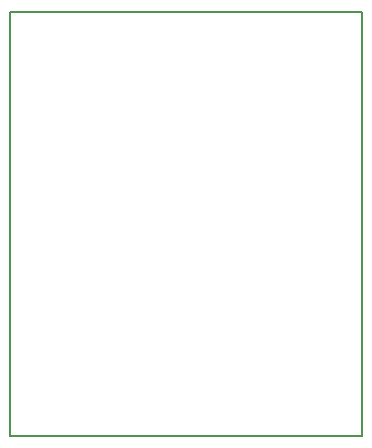
<source format=gbo>
G04 MADE WITH FRITZING*
G04 WWW.FRITZING.ORG*
G04 DOUBLE SIDED*
G04 HOLES PLATED*
G04 CONTOUR ON CENTER OF CONTOUR VECTOR*
%ASAXBY*%
%FSLAX23Y23*%
%MOIN*%
%OFA0B0*%
%SFA1.0B1.0*%
%ADD10R,1.180330X1.422220X1.164330X1.406220*%
%ADD11C,0.008000*%
%LNSILK0*%
G90*
G70*
G54D11*
X4Y1418D02*
X1176Y1418D01*
X1176Y4D01*
X4Y4D01*
X4Y1418D01*
D02*
G04 End of Silk0*
M02*
</source>
